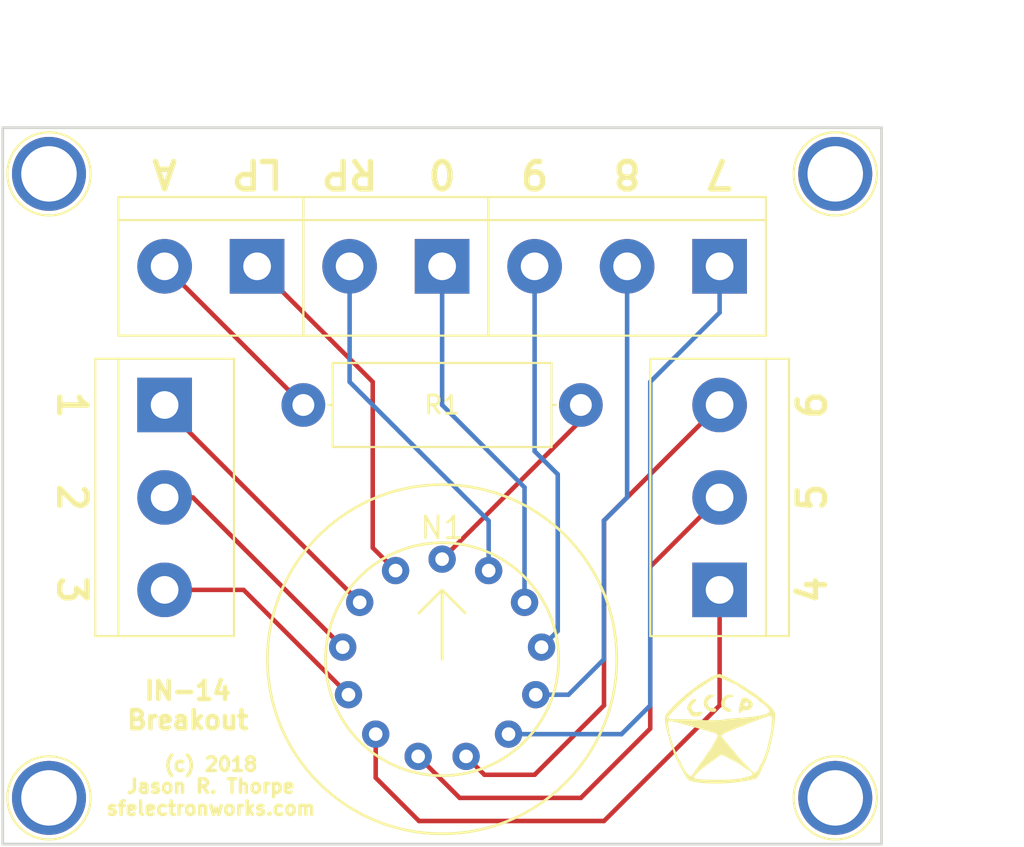
<source format=kicad_pcb>
(kicad_pcb (version 4) (host pcbnew 4.0.7)

  (general
    (links 14)
    (no_connects 0)
    (area 127.984999 49.370001 188.19 96.785)
    (thickness 1.6)
    (drawings 21)
    (tracks 49)
    (zones 0)
    (modules 12)
    (nets 15)
  )

  (page A4)
  (layers
    (0 F.Cu signal)
    (31 B.Cu signal)
    (32 B.Adhes user)
    (33 F.Adhes user)
    (34 B.Paste user)
    (35 F.Paste user)
    (36 B.SilkS user)
    (37 F.SilkS user)
    (38 B.Mask user)
    (39 F.Mask user)
    (40 Dwgs.User user)
    (41 Cmts.User user)
    (42 Eco1.User user)
    (43 Eco2.User user)
    (44 Edge.Cuts user)
    (45 Margin user)
    (46 B.CrtYd user)
    (47 F.CrtYd user)
    (48 B.Fab user)
    (49 F.Fab user)
  )

  (setup
    (last_trace_width 0.25)
    (trace_clearance 0.2)
    (zone_clearance 0.508)
    (zone_45_only no)
    (trace_min 0.2)
    (segment_width 0.2)
    (edge_width 0.15)
    (via_size 0.6)
    (via_drill 0.4)
    (via_min_size 0.4)
    (via_min_drill 0.3)
    (uvia_size 0.3)
    (uvia_drill 0.1)
    (uvias_allowed no)
    (uvia_min_size 0.2)
    (uvia_min_drill 0.1)
    (pcb_text_width 0.3)
    (pcb_text_size 1.5 1.5)
    (mod_edge_width 0.15)
    (mod_text_size 1 1)
    (mod_text_width 0.15)
    (pad_size 1.524 1.524)
    (pad_drill 0.762)
    (pad_to_mask_clearance 0.2)
    (aux_axis_origin 0 0)
    (visible_elements FFFFFF7F)
    (pcbplotparams
      (layerselection 0x210f0_80000001)
      (usegerberextensions false)
      (excludeedgelayer true)
      (linewidth 0.100000)
      (plotframeref false)
      (viasonmask false)
      (mode 1)
      (useauxorigin false)
      (hpglpennumber 1)
      (hpglpenspeed 20)
      (hpglpendiameter 15)
      (hpglpenoverlay 2)
      (psnegative false)
      (psa4output false)
      (plotreference true)
      (plotvalue true)
      (plotinvisibletext false)
      (padsonsilk false)
      (subtractmaskfromsilk false)
      (outputformat 1)
      (mirror false)
      (drillshape 0)
      (scaleselection 1)
      (outputdirectory Gerbers/))
  )

  (net 0 "")
  (net 1 "Net-(J1-Pad1)")
  (net 2 "Net-(J1-Pad2)")
  (net 3 "Net-(J1-Pad3)")
  (net 4 "Net-(J2-Pad1)")
  (net 5 "Net-(J2-Pad2)")
  (net 6 "Net-(J2-Pad3)")
  (net 7 "Net-(J3-Pad1)")
  (net 8 "Net-(J3-Pad2)")
  (net 9 "Net-(J3-Pad3)")
  (net 10 "Net-(J4-Pad1)")
  (net 11 "Net-(J4-Pad2)")
  (net 12 "Net-(J5-Pad1)")
  (net 13 "Net-(J5-Pad2)")
  (net 14 "Net-(N1-Pad1)")

  (net_class Default "This is the default net class."
    (clearance 0.2)
    (trace_width 0.25)
    (via_dia 0.6)
    (via_drill 0.4)
    (uvia_dia 0.3)
    (uvia_drill 0.1)
    (add_net "Net-(J1-Pad1)")
    (add_net "Net-(J1-Pad2)")
    (add_net "Net-(J1-Pad3)")
    (add_net "Net-(J2-Pad1)")
    (add_net "Net-(J2-Pad2)")
    (add_net "Net-(J2-Pad3)")
    (add_net "Net-(J3-Pad1)")
    (add_net "Net-(J3-Pad2)")
    (add_net "Net-(J3-Pad3)")
    (add_net "Net-(J4-Pad1)")
    (add_net "Net-(J4-Pad2)")
    (add_net "Net-(J5-Pad1)")
    (add_net "Net-(J5-Pad2)")
    (add_net "Net-(N1-Pad1)")
  )

  (module Connectors:1pin (layer F.Cu) (tedit 5AA6B7C9) (tstamp 5AA6B389)
    (at 130.81 58.42)
    (descr "module 1 pin (ou trou mecanique de percage)")
    (tags DEV)
    (fp_text reference REF** (at 0 -3.048) (layer F.SilkS) hide
      (effects (font (size 1 1) (thickness 0.15)))
    )
    (fp_text value 1pin (at 0 3) (layer F.Fab) hide
      (effects (font (size 1 1) (thickness 0.15)))
    )
    (fp_circle (center 0 0) (end 2 0.8) (layer F.Fab) (width 0.1))
    (fp_circle (center 0 0) (end 2.6 0) (layer F.CrtYd) (width 0.05))
    (fp_circle (center 0 0) (end 0 -2.286) (layer F.SilkS) (width 0.12))
    (pad 1 thru_hole circle (at 0 0) (size 4.064 4.064) (drill 3.048) (layers *.Cu *.Mask))
  )

  (module Connectors:1pin (layer F.Cu) (tedit 5AA6B7CF) (tstamp 5AA6B37E)
    (at 130.81 92.71)
    (descr "module 1 pin (ou trou mecanique de percage)")
    (tags DEV)
    (fp_text reference REF** (at 0 -3.048) (layer F.SilkS) hide
      (effects (font (size 1 1) (thickness 0.15)))
    )
    (fp_text value 1pin (at 0 3) (layer F.Fab) hide
      (effects (font (size 1 1) (thickness 0.15)))
    )
    (fp_circle (center 0 0) (end 2 0.8) (layer F.Fab) (width 0.1))
    (fp_circle (center 0 0) (end 2.6 0) (layer F.CrtYd) (width 0.05))
    (fp_circle (center 0 0) (end 0 -2.286) (layer F.SilkS) (width 0.12))
    (pad 1 thru_hole circle (at 0 0) (size 4.064 4.064) (drill 3.048) (layers *.Cu *.Mask))
  )

  (module Connectors:1pin (layer F.Cu) (tedit 5AA6B7DD) (tstamp 5AA6B376)
    (at 173.99 92.71)
    (descr "module 1 pin (ou trou mecanique de percage)")
    (tags DEV)
    (fp_text reference REF** (at 0 -3.048) (layer F.SilkS) hide
      (effects (font (size 1 1) (thickness 0.15)))
    )
    (fp_text value 1pin (at 0 3) (layer F.Fab) hide
      (effects (font (size 1 1) (thickness 0.15)))
    )
    (fp_circle (center 0 0) (end 2 0.8) (layer F.Fab) (width 0.1))
    (fp_circle (center 0 0) (end 2.6 0) (layer F.CrtYd) (width 0.05))
    (fp_circle (center 0 0) (end 0 -2.286) (layer F.SilkS) (width 0.12))
    (pad 1 thru_hole circle (at 0 0) (size 4.064 4.064) (drill 3.048) (layers *.Cu *.Mask))
  )

  (module Connectors_Terminal_Blocks:TerminalBlock_bornier-3_P5.08mm (layer F.Cu) (tedit 5AA6B689) (tstamp 5AA6AF27)
    (at 137.16 71.12 270)
    (descr "simple 3-pin terminal block, pitch 5.08mm, revamped version of bornier3")
    (tags "terminal block bornier3")
    (path /5AA6AA62)
    (fp_text reference J1 (at 5.05 -4.65 270) (layer F.SilkS) hide
      (effects (font (size 1 1) (thickness 0.15)))
    )
    (fp_text value Screw_Terminal_01x03 (at 5.08 5.08 270) (layer F.Fab) hide
      (effects (font (size 1 1) (thickness 0.15)))
    )
    (fp_text user %R (at 5.08 0 270) (layer F.Fab)
      (effects (font (size 1 1) (thickness 0.15)))
    )
    (fp_line (start -2.47 2.55) (end 12.63 2.55) (layer F.Fab) (width 0.1))
    (fp_line (start -2.47 -3.75) (end 12.63 -3.75) (layer F.Fab) (width 0.1))
    (fp_line (start 12.63 -3.75) (end 12.63 3.75) (layer F.Fab) (width 0.1))
    (fp_line (start 12.63 3.75) (end -2.47 3.75) (layer F.Fab) (width 0.1))
    (fp_line (start -2.47 3.75) (end -2.47 -3.75) (layer F.Fab) (width 0.1))
    (fp_line (start -2.54 3.81) (end -2.54 -3.81) (layer F.SilkS) (width 0.12))
    (fp_line (start 12.7 3.81) (end 12.7 -3.81) (layer F.SilkS) (width 0.12))
    (fp_line (start -2.54 2.54) (end 12.7 2.54) (layer F.SilkS) (width 0.12))
    (fp_line (start -2.54 -3.81) (end 12.7 -3.81) (layer F.SilkS) (width 0.12))
    (fp_line (start -2.54 3.81) (end 12.7 3.81) (layer F.SilkS) (width 0.12))
    (fp_line (start -2.72 -4) (end 12.88 -4) (layer F.CrtYd) (width 0.05))
    (fp_line (start -2.72 -4) (end -2.72 4) (layer F.CrtYd) (width 0.05))
    (fp_line (start 12.88 4) (end 12.88 -4) (layer F.CrtYd) (width 0.05))
    (fp_line (start 12.88 4) (end -2.72 4) (layer F.CrtYd) (width 0.05))
    (pad 1 thru_hole rect (at 0 0 270) (size 3 3) (drill 1.52) (layers *.Cu *.Mask)
      (net 1 "Net-(J1-Pad1)"))
    (pad 2 thru_hole circle (at 5.08 0 270) (size 3 3) (drill 1.52) (layers *.Cu *.Mask)
      (net 2 "Net-(J1-Pad2)"))
    (pad 3 thru_hole circle (at 10.16 0 270) (size 3 3) (drill 1.52) (layers *.Cu *.Mask)
      (net 3 "Net-(J1-Pad3)"))
    (model ${KISYS3DMOD}/Terminal_Blocks.3dshapes/TerminalBlock_bornier-3_P5.08mm.wrl
      (at (xyz 0.2 0 0))
      (scale (xyz 1 1 1))
      (rotate (xyz 0 0 0))
    )
  )

  (module Connectors_Terminal_Blocks:TerminalBlock_bornier-3_P5.08mm (layer F.Cu) (tedit 5AA6B683) (tstamp 5AA6AF3D)
    (at 167.64 81.28 90)
    (descr "simple 3-pin terminal block, pitch 5.08mm, revamped version of bornier3")
    (tags "terminal block bornier3")
    (path /5AA6AB14)
    (fp_text reference J2 (at 5.05 -4.65 90) (layer F.SilkS) hide
      (effects (font (size 1 1) (thickness 0.15)))
    )
    (fp_text value Screw_Terminal_01x03 (at 5.08 5.08 90) (layer F.Fab) hide
      (effects (font (size 1 1) (thickness 0.15)))
    )
    (fp_text user %R (at 5.08 0 90) (layer F.Fab)
      (effects (font (size 1 1) (thickness 0.15)))
    )
    (fp_line (start -2.47 2.55) (end 12.63 2.55) (layer F.Fab) (width 0.1))
    (fp_line (start -2.47 -3.75) (end 12.63 -3.75) (layer F.Fab) (width 0.1))
    (fp_line (start 12.63 -3.75) (end 12.63 3.75) (layer F.Fab) (width 0.1))
    (fp_line (start 12.63 3.75) (end -2.47 3.75) (layer F.Fab) (width 0.1))
    (fp_line (start -2.47 3.75) (end -2.47 -3.75) (layer F.Fab) (width 0.1))
    (fp_line (start -2.54 3.81) (end -2.54 -3.81) (layer F.SilkS) (width 0.12))
    (fp_line (start 12.7 3.81) (end 12.7 -3.81) (layer F.SilkS) (width 0.12))
    (fp_line (start -2.54 2.54) (end 12.7 2.54) (layer F.SilkS) (width 0.12))
    (fp_line (start -2.54 -3.81) (end 12.7 -3.81) (layer F.SilkS) (width 0.12))
    (fp_line (start -2.54 3.81) (end 12.7 3.81) (layer F.SilkS) (width 0.12))
    (fp_line (start -2.72 -4) (end 12.88 -4) (layer F.CrtYd) (width 0.05))
    (fp_line (start -2.72 -4) (end -2.72 4) (layer F.CrtYd) (width 0.05))
    (fp_line (start 12.88 4) (end 12.88 -4) (layer F.CrtYd) (width 0.05))
    (fp_line (start 12.88 4) (end -2.72 4) (layer F.CrtYd) (width 0.05))
    (pad 1 thru_hole rect (at 0 0 90) (size 3 3) (drill 1.52) (layers *.Cu *.Mask)
      (net 4 "Net-(J2-Pad1)"))
    (pad 2 thru_hole circle (at 5.08 0 90) (size 3 3) (drill 1.52) (layers *.Cu *.Mask)
      (net 5 "Net-(J2-Pad2)"))
    (pad 3 thru_hole circle (at 10.16 0 90) (size 3 3) (drill 1.52) (layers *.Cu *.Mask)
      (net 6 "Net-(J2-Pad3)"))
    (model ${KISYS3DMOD}/Terminal_Blocks.3dshapes/TerminalBlock_bornier-3_P5.08mm.wrl
      (at (xyz 0.2 0 0))
      (scale (xyz 1 1 1))
      (rotate (xyz 0 0 0))
    )
  )

  (module Connectors_Terminal_Blocks:TerminalBlock_bornier-3_P5.08mm (layer F.Cu) (tedit 5AA6B673) (tstamp 5AA6AF53)
    (at 167.64 63.5 180)
    (descr "simple 3-pin terminal block, pitch 5.08mm, revamped version of bornier3")
    (tags "terminal block bornier3")
    (path /5AA6AB87)
    (fp_text reference J3 (at 5.05 -4.65 180) (layer F.SilkS) hide
      (effects (font (size 1 1) (thickness 0.15)))
    )
    (fp_text value Screw_Terminal_01x03 (at 5.08 5.08 180) (layer F.Fab) hide
      (effects (font (size 1 1) (thickness 0.15)))
    )
    (fp_text user %R (at 5.08 0 180) (layer F.Fab)
      (effects (font (size 1 1) (thickness 0.15)))
    )
    (fp_line (start -2.47 2.55) (end 12.63 2.55) (layer F.Fab) (width 0.1))
    (fp_line (start -2.47 -3.75) (end 12.63 -3.75) (layer F.Fab) (width 0.1))
    (fp_line (start 12.63 -3.75) (end 12.63 3.75) (layer F.Fab) (width 0.1))
    (fp_line (start 12.63 3.75) (end -2.47 3.75) (layer F.Fab) (width 0.1))
    (fp_line (start -2.47 3.75) (end -2.47 -3.75) (layer F.Fab) (width 0.1))
    (fp_line (start -2.54 3.81) (end -2.54 -3.81) (layer F.SilkS) (width 0.12))
    (fp_line (start 12.7 3.81) (end 12.7 -3.81) (layer F.SilkS) (width 0.12))
    (fp_line (start -2.54 2.54) (end 12.7 2.54) (layer F.SilkS) (width 0.12))
    (fp_line (start -2.54 -3.81) (end 12.7 -3.81) (layer F.SilkS) (width 0.12))
    (fp_line (start -2.54 3.81) (end 12.7 3.81) (layer F.SilkS) (width 0.12))
    (fp_line (start -2.72 -4) (end 12.88 -4) (layer F.CrtYd) (width 0.05))
    (fp_line (start -2.72 -4) (end -2.72 4) (layer F.CrtYd) (width 0.05))
    (fp_line (start 12.88 4) (end 12.88 -4) (layer F.CrtYd) (width 0.05))
    (fp_line (start 12.88 4) (end -2.72 4) (layer F.CrtYd) (width 0.05))
    (pad 1 thru_hole rect (at 0 0 180) (size 3 3) (drill 1.52) (layers *.Cu *.Mask)
      (net 7 "Net-(J3-Pad1)"))
    (pad 2 thru_hole circle (at 5.08 0 180) (size 3 3) (drill 1.52) (layers *.Cu *.Mask)
      (net 8 "Net-(J3-Pad2)"))
    (pad 3 thru_hole circle (at 10.16 0 180) (size 3 3) (drill 1.52) (layers *.Cu *.Mask)
      (net 9 "Net-(J3-Pad3)"))
    (model ${KISYS3DMOD}/Terminal_Blocks.3dshapes/TerminalBlock_bornier-3_P5.08mm.wrl
      (at (xyz 0.2 0 0))
      (scale (xyz 1 1 1))
      (rotate (xyz 0 0 0))
    )
  )

  (module Connectors_Terminal_Blocks:TerminalBlock_bornier-2_P5.08mm (layer F.Cu) (tedit 5AA6B659) (tstamp 5AA6AF68)
    (at 152.4 63.5 180)
    (descr "simple 2-pin terminal block, pitch 5.08mm, revamped version of bornier2")
    (tags "terminal block bornier2")
    (path /5AA6ABDC)
    (fp_text reference J4 (at 2.54 -5.08 180) (layer F.SilkS) hide
      (effects (font (size 1 1) (thickness 0.15)))
    )
    (fp_text value Screw_Terminal_01x02 (at 2.54 5.08 180) (layer F.Fab) hide
      (effects (font (size 1 1) (thickness 0.15)))
    )
    (fp_text user %R (at 2.54 0 180) (layer F.Fab)
      (effects (font (size 1 1) (thickness 0.15)))
    )
    (fp_line (start -2.41 2.55) (end 7.49 2.55) (layer F.Fab) (width 0.1))
    (fp_line (start -2.46 -3.75) (end -2.46 3.75) (layer F.Fab) (width 0.1))
    (fp_line (start -2.46 3.75) (end 7.54 3.75) (layer F.Fab) (width 0.1))
    (fp_line (start 7.54 3.75) (end 7.54 -3.75) (layer F.Fab) (width 0.1))
    (fp_line (start 7.54 -3.75) (end -2.46 -3.75) (layer F.Fab) (width 0.1))
    (fp_line (start 7.62 2.54) (end -2.54 2.54) (layer F.SilkS) (width 0.12))
    (fp_line (start 7.62 3.81) (end 7.62 -3.81) (layer F.SilkS) (width 0.12))
    (fp_line (start 7.62 -3.81) (end -2.54 -3.81) (layer F.SilkS) (width 0.12))
    (fp_line (start -2.54 -3.81) (end -2.54 3.81) (layer F.SilkS) (width 0.12))
    (fp_line (start -2.54 3.81) (end 7.62 3.81) (layer F.SilkS) (width 0.12))
    (fp_line (start -2.71 -4) (end 7.79 -4) (layer F.CrtYd) (width 0.05))
    (fp_line (start -2.71 -4) (end -2.71 4) (layer F.CrtYd) (width 0.05))
    (fp_line (start 7.79 4) (end 7.79 -4) (layer F.CrtYd) (width 0.05))
    (fp_line (start 7.79 4) (end -2.71 4) (layer F.CrtYd) (width 0.05))
    (pad 1 thru_hole rect (at 0 0 180) (size 3 3) (drill 1.52) (layers *.Cu *.Mask)
      (net 10 "Net-(J4-Pad1)"))
    (pad 2 thru_hole circle (at 5.08 0 180) (size 3 3) (drill 1.52) (layers *.Cu *.Mask)
      (net 11 "Net-(J4-Pad2)"))
    (model ${KISYS3DMOD}/Terminal_Blocks.3dshapes/TerminalBlock_bornier-2_P5.08mm.wrl
      (at (xyz 0.1 0 0))
      (scale (xyz 1 1 1))
      (rotate (xyz 0 0 0))
    )
  )

  (module Connectors_Terminal_Blocks:TerminalBlock_bornier-2_P5.08mm (layer F.Cu) (tedit 5AA6B64F) (tstamp 5AA6AF7D)
    (at 142.24 63.5 180)
    (descr "simple 2-pin terminal block, pitch 5.08mm, revamped version of bornier2")
    (tags "terminal block bornier2")
    (path /5AA6AD08)
    (fp_text reference J5 (at 2.54 -5.08 180) (layer F.SilkS) hide
      (effects (font (size 1 1) (thickness 0.15)))
    )
    (fp_text value Screw_Terminal_01x02 (at 2.54 5.08 180) (layer F.Fab) hide
      (effects (font (size 1 1) (thickness 0.15)))
    )
    (fp_text user %R (at 2.54 0 180) (layer F.Fab)
      (effects (font (size 1 1) (thickness 0.15)))
    )
    (fp_line (start -2.41 2.55) (end 7.49 2.55) (layer F.Fab) (width 0.1))
    (fp_line (start -2.46 -3.75) (end -2.46 3.75) (layer F.Fab) (width 0.1))
    (fp_line (start -2.46 3.75) (end 7.54 3.75) (layer F.Fab) (width 0.1))
    (fp_line (start 7.54 3.75) (end 7.54 -3.75) (layer F.Fab) (width 0.1))
    (fp_line (start 7.54 -3.75) (end -2.46 -3.75) (layer F.Fab) (width 0.1))
    (fp_line (start 7.62 2.54) (end -2.54 2.54) (layer F.SilkS) (width 0.12))
    (fp_line (start 7.62 3.81) (end 7.62 -3.81) (layer F.SilkS) (width 0.12))
    (fp_line (start 7.62 -3.81) (end -2.54 -3.81) (layer F.SilkS) (width 0.12))
    (fp_line (start -2.54 -3.81) (end -2.54 3.81) (layer F.SilkS) (width 0.12))
    (fp_line (start -2.54 3.81) (end 7.62 3.81) (layer F.SilkS) (width 0.12))
    (fp_line (start -2.71 -4) (end 7.79 -4) (layer F.CrtYd) (width 0.05))
    (fp_line (start -2.71 -4) (end -2.71 4) (layer F.CrtYd) (width 0.05))
    (fp_line (start 7.79 4) (end 7.79 -4) (layer F.CrtYd) (width 0.05))
    (fp_line (start 7.79 4) (end -2.71 4) (layer F.CrtYd) (width 0.05))
    (pad 1 thru_hole rect (at 0 0 180) (size 3 3) (drill 1.52) (layers *.Cu *.Mask)
      (net 12 "Net-(J5-Pad1)"))
    (pad 2 thru_hole circle (at 5.08 0 180) (size 3 3) (drill 1.52) (layers *.Cu *.Mask)
      (net 13 "Net-(J5-Pad2)"))
    (model ${KISYS3DMOD}/Terminal_Blocks.3dshapes/TerminalBlock_bornier-2_P5.08mm.wrl
      (at (xyz 0.1 0 0))
      (scale (xyz 1 1 1))
      (rotate (xyz 0 0 0))
    )
  )

  (module thorpej-TubeFootprints:Nixie-IN-14 (layer F.Cu) (tedit 5A99E47D) (tstamp 5AA6AF93)
    (at 152.4 85.09)
    (tags "Nixie IN-14")
    (path /5AA69F49)
    (fp_text reference N1 (at 0 -7.225) (layer F.SilkS)
      (effects (font (size 1.2 1.2) (thickness 0.15)))
    )
    (fp_text value IN-14 (at 0 7.225) (layer F.Fab)
      (effects (font (size 1.2 1.2) (thickness 0.15)))
    )
    (fp_line (start 0 -3.81) (end 1.27 -2.54) (layer F.SilkS) (width 0.15))
    (fp_line (start 0 -3.81) (end -1.27 -2.54) (layer F.SilkS) (width 0.15))
    (fp_line (start 0 -3.81) (end 0 0) (layer F.SilkS) (width 0.15))
    (fp_circle (center 0 0) (end 2.54 -9.25) (layer F.SilkS) (width 0.15))
    (fp_circle (center 0 0) (end 0 6.4) (layer F.SilkS) (width 0.15))
    (pad 1 thru_hole oval (at 0 -5.5) (size 1.5 1.5) (drill 0.75) (layers *.Cu *.Mask)
      (net 14 "Net-(N1-Pad1)"))
    (pad 2 thru_hole oval (at -2.555977 -4.870008) (size 1.5 1.5) (drill 0.75) (layers *.Cu *.Mask)
      (net 12 "Net-(J5-Pad1)"))
    (pad 3 thru_hole oval (at -4.526411 -3.124356) (size 1.5 1.5) (drill 0.75) (layers *.Cu *.Mask)
      (net 1 "Net-(J1-Pad1)"))
    (pad 4 thru_hole oval (at -5.459898 -0.662951) (size 1.5 1.5) (drill 0.75) (layers *.Cu *.Mask)
      (net 2 "Net-(J1-Pad2)"))
    (pad 5 thru_hole oval (at -5.142589 1.950326) (size 1.5 1.5) (drill 0.75) (layers *.Cu *.Mask)
      (net 3 "Net-(J1-Pad3)"))
    (pad 6 thru_hole oval (at -3.647174 4.116809) (size 1.5 1.5) (drill 0.75) (layers *.Cu *.Mask)
      (net 4 "Net-(J2-Pad1)"))
    (pad 7 thru_hole oval (at -1.316236 5.340179) (size 1.5 1.5) (drill 0.75) (layers *.Cu *.Mask)
      (net 5 "Net-(J2-Pad2)"))
    (pad 8 thru_hole oval (at 1.316236 5.340179) (size 1.5 1.5) (drill 0.75) (layers *.Cu *.Mask)
      (net 6 "Net-(J2-Pad3)"))
    (pad 9 thru_hole oval (at 3.647174 4.116809) (size 1.5 1.5) (drill 0.75) (layers *.Cu *.Mask)
      (net 7 "Net-(J3-Pad1)"))
    (pad 10 thru_hole oval (at 5.142589 1.950326) (size 1.5 1.5) (drill 0.75) (layers *.Cu *.Mask)
      (net 8 "Net-(J3-Pad2)"))
    (pad 11 thru_hole oval (at 5.459898 -0.662951) (size 1.5 1.5) (drill 0.75) (layers *.Cu *.Mask)
      (net 9 "Net-(J3-Pad3)"))
    (pad 12 thru_hole oval (at 4.526411 -3.124356) (size 1.5 1.5) (drill 0.75) (layers *.Cu *.Mask)
      (net 10 "Net-(J4-Pad1)"))
    (pad 13 thru_hole oval (at 2.555977 -4.870008) (size 1.5 1.5) (drill 0.75) (layers *.Cu *.Mask)
      (net 11 "Net-(J4-Pad2)"))
  )

  (module Resistors_THT:R_Axial_DIN0414_L11.9mm_D4.5mm_P15.24mm_Horizontal (layer F.Cu) (tedit 5AA6B668) (tstamp 5AA6AFA9)
    (at 144.78 71.12)
    (descr "Resistor, Axial_DIN0414 series, Axial, Horizontal, pin pitch=15.24mm, 2W, length*diameter=11.9*4.5mm^2, http://www.vishay.com/docs/20128/wkxwrx.pdf")
    (tags "Resistor Axial_DIN0414 series Axial Horizontal pin pitch 15.24mm 2W length 11.9mm diameter 4.5mm")
    (path /5AA6AE9E)
    (fp_text reference R1 (at 7.62 0) (layer F.SilkS)
      (effects (font (size 1 1) (thickness 0.15)))
    )
    (fp_text value R (at 7.62 3.31) (layer F.Fab)
      (effects (font (size 1 1) (thickness 0.15)))
    )
    (fp_line (start 1.67 -2.25) (end 1.67 2.25) (layer F.Fab) (width 0.1))
    (fp_line (start 1.67 2.25) (end 13.57 2.25) (layer F.Fab) (width 0.1))
    (fp_line (start 13.57 2.25) (end 13.57 -2.25) (layer F.Fab) (width 0.1))
    (fp_line (start 13.57 -2.25) (end 1.67 -2.25) (layer F.Fab) (width 0.1))
    (fp_line (start 0 0) (end 1.67 0) (layer F.Fab) (width 0.1))
    (fp_line (start 15.24 0) (end 13.57 0) (layer F.Fab) (width 0.1))
    (fp_line (start 1.61 -2.31) (end 1.61 2.31) (layer F.SilkS) (width 0.12))
    (fp_line (start 1.61 2.31) (end 13.63 2.31) (layer F.SilkS) (width 0.12))
    (fp_line (start 13.63 2.31) (end 13.63 -2.31) (layer F.SilkS) (width 0.12))
    (fp_line (start 13.63 -2.31) (end 1.61 -2.31) (layer F.SilkS) (width 0.12))
    (fp_line (start 1.38 0) (end 1.61 0) (layer F.SilkS) (width 0.12))
    (fp_line (start 13.86 0) (end 13.63 0) (layer F.SilkS) (width 0.12))
    (fp_line (start -1.45 -2.6) (end -1.45 2.6) (layer F.CrtYd) (width 0.05))
    (fp_line (start -1.45 2.6) (end 16.7 2.6) (layer F.CrtYd) (width 0.05))
    (fp_line (start 16.7 2.6) (end 16.7 -2.6) (layer F.CrtYd) (width 0.05))
    (fp_line (start 16.7 -2.6) (end -1.45 -2.6) (layer F.CrtYd) (width 0.05))
    (pad 1 thru_hole circle (at 0 0) (size 2.4 2.4) (drill 1.2) (layers *.Cu *.Mask)
      (net 13 "Net-(J5-Pad2)"))
    (pad 2 thru_hole oval (at 15.24 0) (size 2.4 2.4) (drill 1.2) (layers *.Cu *.Mask)
      (net 14 "Net-(N1-Pad1)"))
    (model ${KISYS3DMOD}/Resistors_THT.3dshapes/R_Axial_DIN0414_L11.9mm_D4.5mm_P15.24mm_Horizontal.wrl
      (at (xyz 0 0 0))
      (scale (xyz 0.393701 0.393701 0.393701))
      (rotate (xyz 0 0 0))
    )
  )

  (module Connectors:1pin (layer F.Cu) (tedit 5AA6B7D6) (tstamp 5AA6B357)
    (at 173.99 58.42)
    (descr "module 1 pin (ou trou mecanique de percage)")
    (tags DEV)
    (fp_text reference REF** (at 0 -3.048) (layer F.SilkS) hide
      (effects (font (size 1 1) (thickness 0.15)))
    )
    (fp_text value 1pin (at 0 3) (layer F.Fab) hide
      (effects (font (size 1 1) (thickness 0.15)))
    )
    (fp_circle (center 0 0) (end 2 0.8) (layer F.Fab) (width 0.1))
    (fp_circle (center 0 0) (end 2.6 0) (layer F.CrtYd) (width 0.05))
    (fp_circle (center 0 0) (end 0 -2.286) (layer F.SilkS) (width 0.12))
    (pad 1 thru_hole circle (at 0 0) (size 4.064 4.064) (drill 3.048) (layers *.Cu *.Mask))
  )

  (module thorpej-TubeFootprints:CCCP-mil-stamp (layer F.Cu) (tedit 0) (tstamp 5AA6FF79)
    (at 167.64 88.9)
    (fp_text reference G*** (at 0 0) (layer F.SilkS) hide
      (effects (font (thickness 0.3)))
    )
    (fp_text value LOGO (at 0.75 0) (layer F.SilkS) hide
      (effects (font (thickness 0.3)))
    )
    (fp_poly (pts (xy 0.010314 -2.991092) (xy 0.120241 -2.948938) (xy 0.277557 -2.877629) (xy 0.467202 -2.784974)
      (xy 0.674113 -2.67878) (xy 0.883229 -2.566857) (xy 1.079486 -2.457014) (xy 1.247824 -2.357058)
      (xy 1.312924 -2.315775) (xy 1.463967 -2.217411) (xy 1.602418 -2.127659) (xy 1.711229 -2.057548)
      (xy 1.766496 -2.022374) (xy 1.910747 -1.928076) (xy 2.057929 -1.825418) (xy 2.188511 -1.728559)
      (xy 2.282966 -1.65166) (xy 2.301497 -1.634443) (xy 2.363687 -1.577178) (xy 2.463307 -1.489514)
      (xy 2.58203 -1.387507) (xy 2.621226 -1.354321) (xy 2.747253 -1.241249) (xy 2.863124 -1.125527)
      (xy 2.947989 -1.02827) (xy 2.961894 -1.009349) (xy 3.008216 -0.937263) (xy 3.035288 -0.871894)
      (xy 3.046694 -0.792216) (xy 3.046016 -0.677204) (xy 3.039625 -0.553226) (xy 3.017226 -0.303864)
      (xy 2.978602 -0.023449) (xy 2.926534 0.276739) (xy 2.863806 0.585422) (xy 2.7932 0.89132)
      (xy 2.717499 1.183154) (xy 2.639486 1.449644) (xy 2.561943 1.679512) (xy 2.487653 1.861478)
      (xy 2.419399 1.984263) (xy 2.410779 1.995715) (xy 2.372489 2.064326) (xy 2.331032 2.166879)
      (xy 2.321521 2.195286) (xy 2.278807 2.305638) (xy 2.217943 2.434766) (xy 2.149719 2.56278)
      (xy 2.084922 2.66979) (xy 2.034341 2.735906) (xy 2.023423 2.744873) (xy 1.974797 2.760557)
      (xy 1.870056 2.786127) (xy 1.724413 2.818095) (xy 1.553083 2.85297) (xy 1.546101 2.854339)
      (xy 0.821349 2.968047) (xy 0.109767 3.020798) (xy -0.612267 3.01419) (xy -0.725714 3.008011)
      (xy -1.071932 2.97975) (xy -1.351734 2.940823) (xy -1.563224 2.891563) (xy -1.69375 2.838579)
      (xy -1.74685 2.78755) (xy -1.8201 2.689823) (xy -1.847779 2.646287) (xy -1.407285 2.646287)
      (xy -1.398405 2.709321) (xy -1.351643 2.743105) (xy -1.266026 2.765235) (xy -1.119664 2.783912)
      (xy -0.924312 2.798957) (xy -0.691723 2.810187) (xy -0.433649 2.817423) (xy -0.161844 2.820484)
      (xy 0.111938 2.819191) (xy 0.375944 2.813361) (xy 0.618421 2.802814) (xy 0.827616 2.787371)
      (xy 0.914792 2.777915) (xy 1.087874 2.754118) (xy 1.238856 2.729073) (xy 1.350509 2.70591)
      (xy 1.40327 2.689183) (xy 1.483935 2.658788) (xy 1.591599 2.633469) (xy 1.601997 2.631737)
      (xy 1.7334 2.591161) (xy 1.798253 2.527692) (xy 1.795226 2.450265) (xy 1.722988 2.367817)
      (xy 1.648283 2.320916) (xy 1.518736 2.247455) (xy 1.378772 2.159849) (xy 1.252037 2.073606)
      (xy 1.16218 2.004229) (xy 1.153907 1.996761) (xy 1.092385 1.953355) (xy 0.98395 1.889599)
      (xy 0.847276 1.816197) (xy 0.775501 1.779875) (xy 0.6221 1.701342) (xy 0.478171 1.623294)
      (xy 0.366938 1.55848) (xy 0.336024 1.538588) (xy 0.195808 1.467986) (xy 0.075855 1.456621)
      (xy -0.00648 1.497718) (xy -0.05544 1.537239) (xy -0.149032 1.606718) (xy -0.272067 1.695026)
      (xy -0.362857 1.758801) (xy -0.529992 1.878241) (xy -0.702678 2.006884) (xy -0.869506 2.13565)
      (xy -1.019069 2.255464) (xy -1.139956 2.357246) (xy -1.22076 2.431919) (xy -1.246629 2.462004)
      (xy -1.298304 2.524033) (xy -1.346415 2.569853) (xy -1.407285 2.646287) (xy -1.847779 2.646287)
      (xy -1.900551 2.563286) (xy -1.929464 2.512905) (xy -2.005677 2.376756) (xy -2.072952 2.257819)
      (xy -2.12017 2.175712) (xy -2.130085 2.159) (xy -2.182005 2.065635) (xy -2.207753 2.013858)
      (xy -2.23828 1.949864) (xy -2.291506 1.839869) (xy -2.358152 1.703014) (xy -2.390739 1.636354)
      (xy -2.456371 1.496386) (xy -2.507348 1.376472) (xy -2.536304 1.29449) (xy -2.540224 1.273497)
      (xy -2.557002 1.202718) (xy -2.597302 1.110924) (xy -2.599566 1.106715) (xy -2.632218 1.038721)
      (xy -2.664918 0.951101) (xy -2.701754 0.830621) (xy -2.746817 0.664049) (xy -2.795801 0.471715)
      (xy -2.83013 0.342949) (xy -2.874394 0.187466) (xy -2.903269 0.090715) (xy -2.958487 -0.128017)
      (xy -2.991907 -0.342734) (xy -2.994863 -0.399143) (xy -2.83874 -0.399143) (xy -2.818404 -0.172357)
      (xy -2.795038 0.034335) (xy -2.764638 0.225065) (xy -2.730622 0.381756) (xy -2.696408 0.486326)
      (xy -2.692253 0.4949) (xy -2.663678 0.569241) (xy -2.630453 0.681754) (xy -2.614865 0.743857)
      (xy -2.572147 0.889999) (xy -2.513879 1.047645) (xy -2.488223 1.106715) (xy -2.424695 1.255269)
      (xy -2.363334 1.416565) (xy -2.343574 1.474376) (xy -2.295647 1.593416) (xy -2.240454 1.690866)
      (xy -2.21193 1.724928) (xy -2.158055 1.790559) (xy -2.140857 1.837522) (xy -2.120634 1.920235)
      (xy -2.066705 2.036642) (xy -1.989184 2.171822) (xy -1.898183 2.310851) (xy -1.803815 2.438805)
      (xy -1.716193 2.540762) (xy -1.645429 2.601798) (xy -1.615646 2.612572) (xy -1.564823 2.587152)
      (xy -1.491219 2.522822) (xy -1.455188 2.484309) (xy -1.387944 2.398394) (xy -1.347676 2.328935)
      (xy -1.342572 2.309206) (xy -1.318048 2.254219) (xy -1.258356 2.183368) (xy -1.251857 2.177143)
      (xy -1.190344 2.110118) (xy -1.161455 2.060455) (xy -1.161143 2.057287) (xy -1.138577 2.012364)
      (xy -1.081006 1.936121) (xy -1.038322 1.886705) (xy -0.945208 1.770788) (xy -0.850615 1.633555)
      (xy -0.814396 1.573879) (xy -0.734585 1.44707) (xy -0.632887 1.302304) (xy -0.556217 1.202332)
      (xy -0.477184 1.09828) (xy -0.420768 1.012361) (xy -0.399143 0.963119) (xy -0.399143 0.963029)
      (xy -0.380515 0.912398) (xy -0.331418 0.820537) (xy -0.262037 0.706333) (xy -0.254 0.69383)
      (xy -0.160032 0.537069) (xy -0.115429 0.424328) (xy -0.116769 0.408858) (xy 0.108857 0.408858)
      (xy 0.118801 0.438954) (xy 0.152174 0.49147) (xy 0.214285 0.57317) (xy 0.310445 0.690822)
      (xy 0.445962 0.85119) (xy 0.564941 0.989994) (xy 0.688245 1.135257) (xy 0.809812 1.281779)
      (xy 0.911793 1.407904) (xy 0.954935 1.463179) (xy 1.041557 1.567923) (xy 1.160738 1.700541)
      (xy 1.292376 1.838969) (xy 1.351663 1.898607) (xy 1.479361 2.026612) (xy 1.602007 2.15246)
      (xy 1.700848 2.256792) (xy 1.735688 2.295072) (xy 1.840332 2.392955) (xy 1.928435 2.424285)
      (xy 2.011025 2.38964) (xy 2.081757 2.313215) (xy 2.147303 2.210198) (xy 2.192387 2.109439)
      (xy 2.19648 2.095158) (xy 2.224723 2.01565) (xy 2.252387 1.97592) (xy 2.294577 1.923331)
      (xy 2.350992 1.816731) (xy 2.415343 1.671719) (xy 2.48134 1.503895) (xy 2.542694 1.328859)
      (xy 2.593114 1.16221) (xy 2.614182 1.078578) (xy 2.654656 0.905607) (xy 2.696128 0.735721)
      (xy 2.731501 0.597767) (xy 2.74111 0.562429) (xy 2.802083 0.29258) (xy 2.848086 -0.014496)
      (xy 2.874219 -0.324153) (xy 2.877108 -0.399143) (xy 2.880001 -0.537625) (xy 2.875664 -0.619497)
      (xy 2.859008 -0.660689) (xy 2.82494 -0.677129) (xy 2.786507 -0.682615) (xy 2.703619 -0.675856)
      (xy 2.58032 -0.647272) (xy 2.443152 -0.603028) (xy 2.441792 -0.602524) (xy 2.138525 -0.489794)
      (xy 1.895931 -0.398953) (xy 1.706489 -0.327076) (xy 1.562675 -0.271236) (xy 1.456967 -0.228506)
      (xy 1.381842 -0.19596) (xy 1.329779 -0.17067) (xy 1.324429 -0.167826) (xy 1.237272 -0.127496)
      (xy 1.173744 -0.109178) (xy 1.171185 -0.10908) (xy 1.113409 -0.094766) (xy 1.018792 -0.058852)
      (xy 0.971613 -0.038261) (xy 0.862022 0.009231) (xy 0.713533 0.070529) (xy 0.555111 0.133717)
      (xy 0.52759 0.144443) (xy 0.321812 0.232331) (xy 0.185842 0.309449) (xy 0.117897 0.376922)
      (xy 0.108857 0.408858) (xy -0.116769 0.408858) (xy -0.122343 0.344518) (xy -0.182921 0.286549)
      (xy -0.299315 0.239331) (xy -0.344714 0.22581) (xy -0.440914 0.198086) (xy -0.584505 0.156255)
      (xy -0.753288 0.106798) (xy -0.870857 0.072196) (xy -1.061051 0.017011) (xy -1.257721 -0.038567)
      (xy -1.431092 -0.086183) (xy -1.505857 -0.105985) (xy -1.652983 -0.145476) (xy -1.84018 -0.197647)
      (xy -2.038037 -0.254237) (xy -2.144904 -0.285479) (xy -2.319501 -0.332847) (xy -2.485349 -0.370546)
      (xy -2.620147 -0.393876) (xy -2.684345 -0.399143) (xy -2.83874 -0.399143) (xy -2.994863 -0.399143)
      (xy -3.001986 -0.535018) (xy -2.991568 -0.641566) (xy -2.815817 -0.641566) (xy -2.814337 -0.570214)
      (xy -2.752724 -0.527268) (xy -2.62732 -0.510727) (xy -2.576286 -0.510623) (xy -2.462363 -0.511157)
      (xy -2.304288 -0.509762) (xy -2.114434 -0.506767) (xy -1.90517 -0.5025) (xy -1.68887 -0.497292)
      (xy -1.477903 -0.49147) (xy -1.284642 -0.485364) (xy -1.121459 -0.479302) (xy -1.000723 -0.473613)
      (xy -0.934808 -0.468626) (xy -0.926383 -0.466763) (xy -0.884847 -0.460305) (xy -0.78626 -0.456477)
      (xy -0.646081 -0.455031) (xy -0.479775 -0.455718) (xy -0.302801 -0.458292) (xy -0.130623 -0.462504)
      (xy 0.021299 -0.468108) (xy 0.137501 -0.474854) (xy 0.202522 -0.482497) (xy 0.209799 -0.484965)
      (xy 0.266657 -0.500109) (xy 0.391276 -0.518747) (xy 0.578958 -0.540381) (xy 0.825002 -0.564517)
      (xy 1.124709 -0.590656) (xy 1.469571 -0.618015) (xy 1.792633 -0.649045) (xy 2.084733 -0.689826)
      (xy 2.334035 -0.738238) (xy 2.528706 -0.792159) (xy 2.6035 -0.821258) (xy 2.696625 -0.884514)
      (xy 2.725325 -0.964269) (xy 2.688972 -1.064227) (xy 2.586941 -1.188091) (xy 2.532556 -1.240593)
      (xy 2.433678 -1.327125) (xy 2.352316 -1.38957) (xy 2.305308 -1.415068) (xy 2.304063 -1.415143)
      (xy 2.258865 -1.439451) (xy 2.183778 -1.50217) (xy 2.121007 -1.56336) (xy 2.009971 -1.663654)
      (xy 1.888556 -1.752372) (xy 1.832429 -1.785066) (xy 1.717841 -1.851914) (xy 1.615445 -1.925657)
      (xy 1.596571 -1.942026) (xy 1.506312 -2.011404) (xy 1.390046 -2.084172) (xy 1.351462 -2.105078)
      (xy 1.256497 -2.158088) (xy 1.191749 -2.201759) (xy 1.178156 -2.215255) (xy 1.135027 -2.256372)
      (xy 1.053525 -2.316617) (xy 0.956038 -2.381333) (xy 0.86495 -2.435864) (xy 0.802647 -2.465556)
      (xy 0.792983 -2.467428) (xy 0.744609 -2.482141) (xy 0.648845 -2.521328) (xy 0.523487 -2.577558)
      (xy 0.477302 -2.599231) (xy 0.275702 -2.692661) (xy 0.125069 -2.75577) (xy 0.012292 -2.792306)
      (xy -0.075738 -2.806016) (xy -0.152133 -2.800649) (xy -0.193553 -2.791031) (xy -0.29105 -2.752885)
      (xy -0.359906 -2.706552) (xy -0.363373 -2.702664) (xy -0.421751 -2.657071) (xy -0.451672 -2.648857)
      (xy -0.500689 -2.628172) (xy -0.587895 -2.57385) (xy -0.694733 -2.497485) (xy -0.698486 -2.494643)
      (xy -0.841456 -2.39111) (xy -0.999279 -2.284203) (xy -1.102753 -2.218625) (xy -1.238141 -2.128882)
      (xy -1.391172 -2.016021) (xy -1.51371 -1.917001) (xy -1.654151 -1.796577) (xy -1.807867 -1.664637)
      (xy -1.921404 -1.56709) (xy -2.04834 -1.4534) (xy -2.191096 -1.318174) (xy -2.339615 -1.17182)
      (xy -2.48384 -1.024743) (xy -2.613714 -0.887351) (xy -2.719181 -0.770049) (xy -2.790184 -0.683245)
      (xy -2.815817 -0.641566) (xy -2.991568 -0.641566) (xy -2.987179 -0.686452) (xy -2.972494 -0.735121)
      (xy -2.92382 -0.812693) (xy -2.82938 -0.927906) (xy -2.698756 -1.071465) (xy -2.541529 -1.234072)
      (xy -2.367281 -1.406431) (xy -2.185595 -1.579246) (xy -2.006051 -1.74322) (xy -1.838232 -1.889057)
      (xy -1.69172 -2.00746) (xy -1.578429 -2.087678) (xy -1.476345 -2.158249) (xy -1.36748 -2.242783)
      (xy -1.352318 -2.25549) (xy -1.205041 -2.370347) (xy -1.029044 -2.491344) (xy -0.836015 -2.612173)
      (xy -0.637641 -2.726525) (xy -0.44561 -2.82809) (xy -0.271608 -2.910559) (xy -0.127323 -2.967622)
      (xy -0.024443 -2.992971) (xy 0.010314 -2.991092)) (layer F.SilkS) (width 0.01))
    (fp_poly (pts (xy -1.305126 -1.608379) (xy -1.294829 -1.599629) (xy -1.285331 -1.560994) (xy -1.323812 -1.501104)
      (xy -1.407027 -1.418476) (xy -1.511403 -1.306051) (xy -1.554821 -1.205605) (xy -1.542008 -1.098254)
      (xy -1.507124 -1.018449) (xy -1.421115 -0.922901) (xy -1.29648 -0.885165) (xy -1.141492 -0.90767)
      (xy -1.136006 -0.909451) (xy -1.023766 -0.929599) (xy -0.961754 -0.901611) (xy -0.953547 -0.827649)
      (xy -0.960054 -0.803067) (xy -1.013213 -0.741675) (xy -1.115408 -0.693016) (xy -1.243457 -0.662694)
      (xy -1.374174 -0.656318) (xy -1.47951 -0.677463) (xy -1.547866 -0.730268) (xy -1.627557 -0.826523)
      (xy -1.702908 -0.942322) (xy -1.758242 -1.053756) (xy -1.778 -1.132685) (xy -1.750284 -1.269782)
      (xy -1.678221 -1.409342) (xy -1.578439 -1.5267) (xy -1.467565 -1.597197) (xy -1.464001 -1.59841)
      (xy -1.363933 -1.62195) (xy -1.305126 -1.608379)) (layer F.SilkS) (width 0.01))
    (fp_poly (pts (xy 1.500918 -1.672904) (xy 1.611565 -1.615922) (xy 1.746687 -1.504452) (xy 1.810558 -1.37998)
      (xy 1.803068 -1.242756) (xy 1.790685 -1.208062) (xy 1.725463 -1.100384) (xy 1.62937 -1.03963)
      (xy 1.48611 -1.016824) (xy 1.441996 -1.016) (xy 1.318212 -1.003314) (xy 1.230746 -0.95708)
      (xy 1.197429 -0.925285) (xy 1.120041 -0.853734) (xy 1.075127 -0.845376) (xy 1.05527 -0.902778)
      (xy 1.052286 -0.975547) (xy 1.068017 -1.121604) (xy 1.112231 -1.313972) (xy 1.122357 -1.346675)
      (xy 1.348468 -1.346675) (xy 1.360872 -1.258627) (xy 1.421875 -1.22015) (xy 1.502617 -1.232125)
      (xy 1.56668 -1.290286) (xy 1.578429 -1.346728) (xy 1.565815 -1.408806) (xy 1.513636 -1.431423)
      (xy 1.469571 -1.433285) (xy 1.388181 -1.420906) (xy 1.353525 -1.372684) (xy 1.348468 -1.346675)
      (xy 1.122357 -1.346675) (xy 1.180455 -1.534304) (xy 1.205864 -1.605643) (xy 1.26686 -1.682662)
      (xy 1.367902 -1.705151) (xy 1.500918 -1.672904)) (layer F.SilkS) (width 0.01))
    (fp_poly (pts (xy -0.333945 -1.862517) (xy -0.296917 -1.831406) (xy -0.314778 -1.78611) (xy -0.395918 -1.734443)
      (xy -0.408214 -1.729066) (xy -0.554826 -1.63967) (xy -0.644286 -1.525189) (xy -0.671328 -1.395991)
      (xy -0.638212 -1.27621) (xy -0.576168 -1.186579) (xy -0.493743 -1.140122) (xy -0.367897 -1.125121)
      (xy -0.340608 -1.124857) (xy -0.237923 -1.105551) (xy -0.189071 -1.054825) (xy -0.202124 -0.983469)
      (xy -0.218098 -0.961109) (xy -0.302292 -0.914262) (xy -0.428249 -0.918562) (xy -0.586794 -0.973467)
      (xy -0.609169 -0.984219) (xy -0.757331 -1.092885) (xy -0.845899 -1.236811) (xy -0.871655 -1.405559)
      (xy -0.831382 -1.58869) (xy -0.8102 -1.636353) (xy -0.755912 -1.733753) (xy -0.697399 -1.791498)
      (xy -0.608162 -1.830562) (xy -0.5391 -1.850933) (xy -0.41747 -1.871631) (xy -0.333945 -1.862517)) (layer F.SilkS) (width 0.01))
    (fp_poly (pts (xy 0.635763 -1.856116) (xy 0.724906 -1.818966) (xy 0.753156 -1.779439) (xy 0.718919 -1.749891)
      (xy 0.65052 -1.741714) (xy 0.506529 -1.708992) (xy 0.382306 -1.622468) (xy 0.298698 -1.499607)
      (xy 0.278673 -1.430209) (xy 0.274278 -1.295975) (xy 0.319406 -1.203247) (xy 0.423646 -1.137083)
      (xy 0.48037 -1.115924) (xy 0.587474 -1.068482) (xy 0.632198 -1.015308) (xy 0.635 -0.994833)
      (xy 0.606144 -0.937334) (xy 0.53028 -0.916899) (xy 0.423464 -0.934685) (xy 0.333838 -0.973182)
      (xy 0.187235 -1.088092) (xy 0.102708 -1.237029) (xy 0.08242 -1.413071) (xy 0.128532 -1.609296)
      (xy 0.132245 -1.618593) (xy 0.204639 -1.714743) (xy 0.323429 -1.795727) (xy 0.462494 -1.849224)
      (xy 0.595714 -1.862912) (xy 0.635763 -1.856116)) (layer F.SilkS) (width 0.01))
  )

  (dimension 39.37 (width 0.3) (layer F.Fab)
    (gr_text "39.370 mm" (at 181.69 75.565 270) (layer F.Fab)
      (effects (font (size 1.5 1.5) (thickness 0.3)))
    )
    (feature1 (pts (xy 177.8 95.25) (xy 183.04 95.25)))
    (feature2 (pts (xy 177.8 55.88) (xy 183.04 55.88)))
    (crossbar (pts (xy 180.34 55.88) (xy 180.34 95.25)))
    (arrow1a (pts (xy 180.34 95.25) (xy 179.753579 94.123496)))
    (arrow1b (pts (xy 180.34 95.25) (xy 180.926421 94.123496)))
    (arrow2a (pts (xy 180.34 55.88) (xy 179.753579 57.006504)))
    (arrow2b (pts (xy 180.34 55.88) (xy 180.926421 57.006504)))
  )
  (dimension 48.26 (width 0.3) (layer F.Fab)
    (gr_text "48.260 mm" (at 152.4 50.720001) (layer F.Fab)
      (effects (font (size 1.5 1.5) (thickness 0.3)))
    )
    (feature1 (pts (xy 128.27 54.61) (xy 128.27 49.370001)))
    (feature2 (pts (xy 176.53 54.61) (xy 176.53 49.370001)))
    (crossbar (pts (xy 176.53 52.070001) (xy 128.27 52.070001)))
    (arrow1a (pts (xy 128.27 52.070001) (xy 129.396504 51.48358)))
    (arrow1b (pts (xy 128.27 52.070001) (xy 129.396504 52.656422)))
    (arrow2a (pts (xy 176.53 52.070001) (xy 175.403496 51.48358)))
    (arrow2b (pts (xy 176.53 52.070001) (xy 175.403496 52.656422)))
  )
  (gr_line (start 128.27 95.25) (end 128.27 55.88) (angle 90) (layer Edge.Cuts) (width 0.15))
  (gr_line (start 176.53 95.25) (end 128.27 95.25) (angle 90) (layer Edge.Cuts) (width 0.15))
  (gr_line (start 176.53 55.88) (end 176.53 95.25) (angle 90) (layer Edge.Cuts) (width 0.15))
  (gr_line (start 128.27 55.88) (end 176.53 55.88) (angle 90) (layer Edge.Cuts) (width 0.15))
  (gr_text "(c) 2018\nJason R. Thorpe\nsfelectronworks.com" (at 139.7 92.075) (layer F.SilkS)
    (effects (font (size 0.75 0.75) (thickness 0.1875)))
  )
  (gr_text "IN-14\nBreakout" (at 138.43 87.63) (layer F.SilkS)
    (effects (font (size 1 1) (thickness 0.25)))
  )
  (gr_text A (at 137.16 58.42 180) (layer F.SilkS)
    (effects (font (size 1.5 1.5) (thickness 0.3)))
  )
  (gr_text LP (at 142.24 58.42 180) (layer F.SilkS)
    (effects (font (size 1.5 1.5) (thickness 0.3)))
  )
  (gr_text RP (at 147.32 58.42 180) (layer F.SilkS)
    (effects (font (size 1.5 1.5) (thickness 0.3)))
  )
  (gr_text 0 (at 152.4 58.42 180) (layer F.SilkS)
    (effects (font (size 1.5 1.5) (thickness 0.3)))
  )
  (gr_text 9 (at 157.48 58.42 180) (layer F.SilkS)
    (effects (font (size 1.5 1.5) (thickness 0.3)))
  )
  (gr_text 8 (at 162.56 58.42 180) (layer F.SilkS)
    (effects (font (size 1.5 1.5) (thickness 0.3)))
  )
  (gr_text 7 (at 167.64 58.42 180) (layer F.SilkS)
    (effects (font (size 1.5 1.5) (thickness 0.3)))
  )
  (gr_text 6 (at 172.72 71.12 90) (layer F.SilkS)
    (effects (font (size 1.5 1.5) (thickness 0.3)))
  )
  (gr_text 5 (at 172.72 76.2 90) (layer F.SilkS)
    (effects (font (size 1.5 1.5) (thickness 0.3)))
  )
  (gr_text 4 (at 172.72 81.28 90) (layer F.SilkS)
    (effects (font (size 1.5 1.5) (thickness 0.3)))
  )
  (gr_text 3 (at 132.08 81.28 270) (layer F.SilkS)
    (effects (font (size 1.5 1.5) (thickness 0.3)))
  )
  (gr_text 2 (at 132.08 76.2 270) (layer F.SilkS)
    (effects (font (size 1.5 1.5) (thickness 0.3)))
  )
  (gr_text 1 (at 132.08 71.12 270) (layer F.SilkS)
    (effects (font (size 1.5 1.5) (thickness 0.3)))
  )

  (segment (start 137.16 71.12) (end 137.16 71.252055) (width 0.25) (layer F.Cu) (net 1))
  (segment (start 137.16 71.252055) (end 147.873589 81.965644) (width 0.25) (layer F.Cu) (net 1) (tstamp 5AA6B494))
  (segment (start 137.16 76.2) (end 138.713053 76.2) (width 0.25) (layer F.Cu) (net 2))
  (segment (start 138.713053 76.2) (end 146.940102 84.427049) (width 0.25) (layer F.Cu) (net 2) (tstamp 5AA6B49F))
  (segment (start 137.16 81.28) (end 141.497085 81.28) (width 0.25) (layer F.Cu) (net 3))
  (segment (start 141.497085 81.28) (end 147.257411 87.040326) (width 0.25) (layer F.Cu) (net 3) (tstamp 5AA6B4A4))
  (segment (start 167.64 81.28) (end 167.64 87.63) (width 0.25) (layer F.Cu) (net 4))
  (segment (start 148.752826 91.602826) (end 148.752826 89.206809) (width 0.25) (layer F.Cu) (net 4) (tstamp 5AA6B602))
  (segment (start 151.13 93.98) (end 148.752826 91.602826) (width 0.25) (layer F.Cu) (net 4) (tstamp 5AA6B600))
  (segment (start 161.29 93.98) (end 151.13 93.98) (width 0.25) (layer F.Cu) (net 4) (tstamp 5AA6B5F8))
  (segment (start 167.64 87.63) (end 161.29 93.98) (width 0.25) (layer F.Cu) (net 4) (tstamp 5AA6B5F3))
  (segment (start 167.64 76.2) (end 163.83 80.01) (width 0.25) (layer F.Cu) (net 5))
  (segment (start 153.363585 92.71) (end 151.083764 90.430179) (width 0.25) (layer F.Cu) (net 5) (tstamp 5AA6B5DB))
  (segment (start 160.02 92.71) (end 153.363585 92.71) (width 0.25) (layer F.Cu) (net 5) (tstamp 5AA6B5D6))
  (segment (start 163.83 88.9) (end 160.02 92.71) (width 0.25) (layer F.Cu) (net 5) (tstamp 5AA6B5CF))
  (segment (start 163.83 80.01) (end 163.83 88.9) (width 0.25) (layer F.Cu) (net 5) (tstamp 5AA6B5CA))
  (segment (start 167.64 71.12) (end 162.56 76.2) (width 0.25) (layer F.Cu) (net 6))
  (segment (start 154.726057 91.44) (end 153.716236 90.430179) (width 0.25) (layer F.Cu) (net 6) (tstamp 5AA6B5BE))
  (segment (start 157.48 91.44) (end 154.726057 91.44) (width 0.25) (layer F.Cu) (net 6) (tstamp 5AA6B5BC))
  (segment (start 161.29 87.63) (end 157.48 91.44) (width 0.25) (layer F.Cu) (net 6) (tstamp 5AA6B5B7))
  (segment (start 161.29 77.47) (end 161.29 87.63) (width 0.25) (layer F.Cu) (net 6) (tstamp 5AA6B5AF))
  (segment (start 162.56 76.2) (end 161.29 77.47) (width 0.25) (layer F.Cu) (net 6) (tstamp 5AA6B5AC))
  (segment (start 167.64 71.12) (end 167.64 72.39) (width 0.25) (layer F.Cu) (net 6))
  (segment (start 167.64 63.5) (end 167.64 66.04) (width 0.25) (layer B.Cu) (net 7))
  (segment (start 162.253191 89.206809) (end 156.047174 89.206809) (width 0.25) (layer B.Cu) (net 7) (tstamp 5AA6B56B))
  (segment (start 163.83 87.63) (end 162.253191 89.206809) (width 0.25) (layer B.Cu) (net 7) (tstamp 5AA6B568))
  (segment (start 163.83 69.85) (end 163.83 87.63) (width 0.25) (layer B.Cu) (net 7) (tstamp 5AA6B55B))
  (segment (start 167.64 66.04) (end 163.83 69.85) (width 0.25) (layer B.Cu) (net 7) (tstamp 5AA6B558))
  (segment (start 162.56 63.5) (end 162.56 76.2) (width 0.25) (layer B.Cu) (net 8))
  (segment (start 159.339674 87.040326) (end 157.542589 87.040326) (width 0.25) (layer B.Cu) (net 8) (tstamp 5AA6B598))
  (segment (start 161.29 85.09) (end 159.339674 87.040326) (width 0.25) (layer B.Cu) (net 8) (tstamp 5AA6B58A))
  (segment (start 161.29 77.47) (end 161.29 85.09) (width 0.25) (layer B.Cu) (net 8) (tstamp 5AA6B586))
  (segment (start 162.56 76.2) (end 161.29 77.47) (width 0.25) (layer B.Cu) (net 8) (tstamp 5AA6B580))
  (segment (start 157.48 63.5) (end 157.48 73.66) (width 0.25) (layer B.Cu) (net 9))
  (segment (start 158.75 83.536947) (end 157.859898 84.427049) (width 0.25) (layer B.Cu) (net 9) (tstamp 5AA6B479))
  (segment (start 158.75 74.93) (end 158.75 83.536947) (width 0.25) (layer B.Cu) (net 9) (tstamp 5AA6B474))
  (segment (start 157.48 73.66) (end 158.75 74.93) (width 0.25) (layer B.Cu) (net 9) (tstamp 5AA6B46D))
  (segment (start 152.4 63.5) (end 152.4 71.12) (width 0.25) (layer B.Cu) (net 10))
  (segment (start 156.926411 75.646411) (end 156.926411 81.965644) (width 0.25) (layer B.Cu) (net 10) (tstamp 5AA6B45D))
  (segment (start 152.4 71.12) (end 156.926411 75.646411) (width 0.25) (layer B.Cu) (net 10) (tstamp 5AA6B458))
  (segment (start 147.32 63.5) (end 147.32 69.85) (width 0.25) (layer B.Cu) (net 11))
  (segment (start 154.955977 77.485977) (end 154.955977 80.219992) (width 0.25) (layer B.Cu) (net 11) (tstamp 5AA6B454))
  (segment (start 147.32 69.85) (end 154.955977 77.485977) (width 0.25) (layer B.Cu) (net 11) (tstamp 5AA6B44A))
  (segment (start 142.24 63.5) (end 148.59 69.85) (width 0.25) (layer F.Cu) (net 12))
  (segment (start 148.59 78.965969) (end 149.844023 80.219992) (width 0.25) (layer F.Cu) (net 12) (tstamp 5AA6B41E))
  (segment (start 148.59 69.85) (end 148.59 78.965969) (width 0.25) (layer F.Cu) (net 12) (tstamp 5AA6B41A))
  (segment (start 137.16 63.5) (end 144.78 71.12) (width 0.25) (layer F.Cu) (net 13))
  (segment (start 160.02 71.12) (end 160.02 71.97) (width 0.25) (layer F.Cu) (net 14))
  (segment (start 160.02 71.97) (end 152.4 79.59) (width 0.25) (layer F.Cu) (net 14) (tstamp 5AA6B43E))

)

</source>
